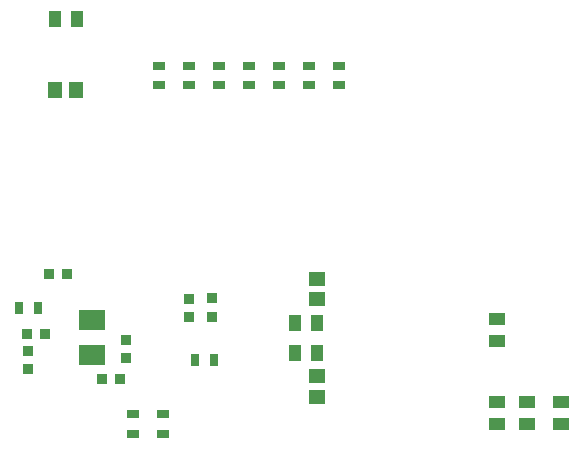
<source format=gbr>
G04 EAGLE Gerber RS-274X export*
G75*
%MOMM*%
%FSLAX34Y34*%
%LPD*%
%INSolderpaste Bottom*%
%IPPOS*%
%AMOC8*
5,1,8,0,0,1.08239X$1,22.5*%
G01*
G04 Define Apertures*
%ADD10R,0.920900X0.970200*%
%ADD11R,0.970200X0.920900*%
%ADD12R,2.203600X1.795500*%
%ADD13R,1.164600X1.465300*%
%ADD14R,1.465300X1.164600*%
%ADD15R,0.970200X0.900000*%
%ADD16R,0.970200X0.932600*%
%ADD17R,0.900000X0.970200*%
%ADD18R,0.932600X0.970200*%
%ADD19R,0.973900X0.798700*%
%ADD20R,1.031200X1.420200*%
%ADD21R,0.798700X0.973900*%
%ADD22R,1.420200X1.031200*%
D10*
X170054Y355600D03*
X185546Y355600D03*
D11*
X288925Y319279D03*
X288925Y334771D03*
X152400Y290321D03*
X152400Y274829D03*
X234950Y299846D03*
X234950Y284354D03*
D12*
X206375Y316224D03*
X206375Y287026D03*
D13*
X192904Y511175D03*
X175396Y511175D03*
D14*
X396875Y269104D03*
X396875Y251596D03*
X396875Y334146D03*
X396875Y351654D03*
D10*
X229996Y266700D03*
X214504Y266700D03*
D15*
X307975Y334876D03*
D16*
X307975Y319337D03*
D17*
X166601Y304800D03*
D18*
X151062Y304800D03*
D19*
X339725Y515723D03*
X339725Y532027D03*
X314325Y515723D03*
X314325Y532027D03*
X288925Y515723D03*
X288925Y532027D03*
X263525Y515723D03*
X263525Y532027D03*
D20*
X193345Y571500D03*
X174955Y571500D03*
D21*
X144248Y327025D03*
X160552Y327025D03*
D19*
X241300Y236752D03*
X241300Y220448D03*
X266700Y236752D03*
X266700Y220448D03*
D20*
X396545Y314325D03*
X378155Y314325D03*
X396545Y288925D03*
X378155Y288925D03*
D22*
X549275Y228930D03*
X549275Y247320D03*
X549275Y298780D03*
X549275Y317170D03*
X603250Y228930D03*
X603250Y247320D03*
X574675Y228930D03*
X574675Y247320D03*
D21*
X309777Y282575D03*
X293473Y282575D03*
D19*
X415925Y532027D03*
X415925Y515723D03*
X390525Y532027D03*
X390525Y515723D03*
X365125Y515723D03*
X365125Y532027D03*
M02*

</source>
